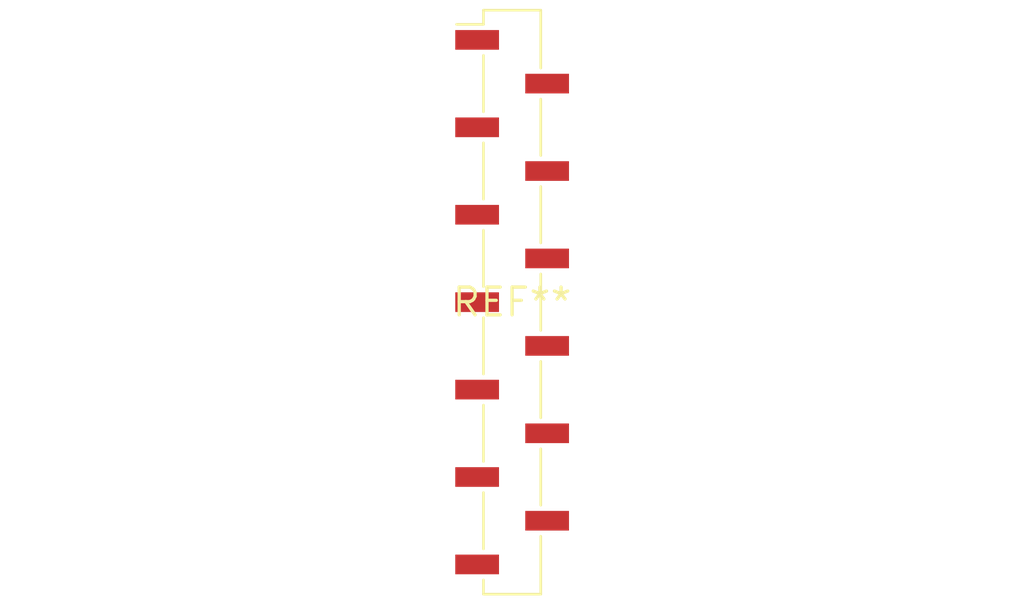
<source format=kicad_pcb>
(kicad_pcb (version 20240108) (generator pcbnew)
  (layers (0 "F.Cu" signal) (31 "B.Cu" signal) (34 "B.Paste" user) (35 "F.Paste" user) (36 "B.SilkS" user "B.Silkscreen") (37 "F.SilkS" user "F.Silkscreen") (38 "B.Mask" user) (39 "F.Mask" user) (44 "Edge.Cuts" user))
  (net 0 "")
  (footprint "PinSocket_1x13_P2.00mm_Vertical_SMD_Pin1Left" (layer "F.Cu") (at 0 0)
    (property "Reference" "REF**")
    (property "Value" "PinSocket_1x13_P2.00mm_Vertical_SMD_Pin1Left")
    (fp_line (start -2.54 -12.71) (end -1.31 -12.71) (layer "F.SilkS") (stroke (width 0.12)))
    (fp_line (start -1.31 -13.36) (end -1.31 -12.71) (layer "F.SilkS") (stroke (width 0.12)))
    (fp_line (start -1.31 -13.36) (end 1.31 -13.36) (layer "F.SilkS") (stroke (width 0.12)))
    (fp_line (start -1.31 -11.29) (end -1.31 -8.71) (layer "F.SilkS") (stroke (width 0.12)))
    (fp_line (start -1.31 -7.29) (end -1.31 -4.71) (layer "F.SilkS") (stroke (width 0.12)))
    (fp_line (start -1.31 -3.29) (end -1.31 -0.71) (layer "F.SilkS") (stroke (width 0.12)))
    (fp_line (start -1.31 0.71) (end -1.31 3.29) (layer "F.SilkS") (stroke (width 0.12)))
    (fp_line (start -1.31 4.71) (end -1.31 7.29) (layer "F.SilkS") (stroke (width 0.12)))
    (fp_line (start -1.31 8.71) (end -1.31 11.29) (layer "F.SilkS") (stroke (width 0.12)))
    (fp_line (start -1.31 12.71) (end -1.31 13.36) (layer "F.SilkS") (stroke (width 0.12)))
    (fp_line (start -1.31 13.36) (end 1.31 13.36) (layer "F.SilkS") (stroke (width 0.12)))
    (fp_line (start 1.31 -13.36) (end 1.31 -10.71) (layer "F.SilkS") (stroke (width 0.12)))
    (fp_line (start 1.31 -9.29) (end 1.31 -6.71) (layer "F.SilkS") (stroke (width 0.12)))
    (fp_line (start 1.31 -5.29) (end 1.31 -2.71) (layer "F.SilkS") (stroke (width 0.12)))
    (fp_line (start 1.31 -1.29) (end 1.31 1.29) (layer "F.SilkS") (stroke (width 0.12)))
    (fp_line (start 1.31 2.71) (end 1.31 5.29) (layer "F.SilkS") (stroke (width 0.12)))
    (fp_line (start 1.31 6.71) (end 1.31 9.29) (layer "F.SilkS") (stroke (width 0.12)))
    (fp_line (start 1.31 10.71) (end 1.31 13.36) (layer "F.SilkS") (stroke (width 0.12)))
    (pad "1" smd rect (at -1.6 -12) (size 2 0.9) (layers "F.Cu" "F.Paste" "F.Mask"))
    (pad "2" smd rect (at 1.6 -10) (size 2 0.9) (layers "F.Cu" "F.Paste" "F.Mask"))
    (pad "3" smd rect (at -1.6 -8) (size 2 0.9) (layers "F.Cu" "F.Paste" "F.Mask"))
    (pad "4" smd rect (at 1.6 -6) (size 2 0.9) (layers "F.Cu" "F.Paste" "F.Mask"))
    (pad "5" smd rect (at -1.6 -4) (size 2 0.9) (layers "F.Cu" "F.Paste" "F.Mask"))
    (pad "6" smd rect (at 1.6 -2) (size 2 0.9) (layers "F.Cu" "F.Paste" "F.Mask"))
    (pad "7" smd rect (at -1.6 0) (size 2 0.9) (layers "F.Cu" "F.Paste" "F.Mask"))
    (pad "8" smd rect (at 1.6 2) (size 2 0.9) (layers "F.Cu" "F.Paste" "F.Mask"))
    (pad "9" smd rect (at -1.6 4) (size 2 0.9) (layers "F.Cu" "F.Paste" "F.Mask"))
    (pad "10" smd rect (at 1.6 6) (size 2 0.9) (layers "F.Cu" "F.Paste" "F.Mask"))
    (pad "11" smd rect (at -1.6 8) (size 2 0.9) (layers "F.Cu" "F.Paste" "F.Mask"))
    (pad "12" smd rect (at 1.6 10) (size 2 0.9) (layers "F.Cu" "F.Paste" "F.Mask"))
    (pad "13" smd rect (at -1.6 12) (size 2 0.9) (layers "F.Cu" "F.Paste" "F.Mask"))
  )
)
</source>
